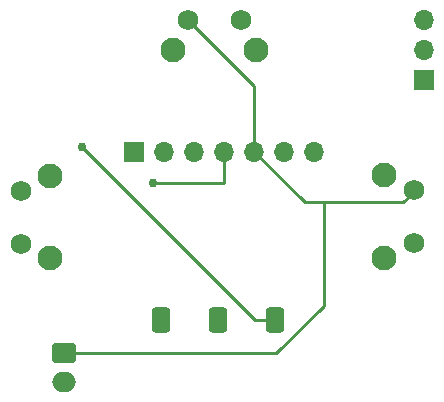
<source format=gbr>
%TF.GenerationSoftware,KiCad,Pcbnew,(6.0.0)*%
%TF.CreationDate,2022-01-15T14:34:17+01:00*%
%TF.ProjectId,bike_pixel_m,62696b65-5f70-4697-9865-6c5f6d2e6b69,v0.5*%
%TF.SameCoordinates,Original*%
%TF.FileFunction,Copper,L2,Bot*%
%TF.FilePolarity,Positive*%
%FSLAX46Y46*%
G04 Gerber Fmt 4.6, Leading zero omitted, Abs format (unit mm)*
G04 Created by KiCad (PCBNEW (6.0.0)) date 2022-01-15 14:34:17*
%MOMM*%
%LPD*%
G01*
G04 APERTURE LIST*
G04 Aperture macros list*
%AMRoundRect*
0 Rectangle with rounded corners*
0 $1 Rounding radius*
0 $2 $3 $4 $5 $6 $7 $8 $9 X,Y pos of 4 corners*
0 Add a 4 corners polygon primitive as box body*
4,1,4,$2,$3,$4,$5,$6,$7,$8,$9,$2,$3,0*
0 Add four circle primitives for the rounded corners*
1,1,$1+$1,$2,$3*
1,1,$1+$1,$4,$5*
1,1,$1+$1,$6,$7*
1,1,$1+$1,$8,$9*
0 Add four rect primitives between the rounded corners*
20,1,$1+$1,$2,$3,$4,$5,0*
20,1,$1+$1,$4,$5,$6,$7,0*
20,1,$1+$1,$6,$7,$8,$9,0*
20,1,$1+$1,$8,$9,$2,$3,0*%
G04 Aperture macros list end*
%TA.AperFunction,ComponentPad*%
%ADD10R,1.700000X1.700000*%
%TD*%
%TA.AperFunction,ComponentPad*%
%ADD11O,1.700000X1.700000*%
%TD*%
%TA.AperFunction,ComponentPad*%
%ADD12C,2.100000*%
%TD*%
%TA.AperFunction,ComponentPad*%
%ADD13C,1.750000*%
%TD*%
%TA.AperFunction,ComponentPad*%
%ADD14RoundRect,0.400000X-0.400000X-0.700000X0.400000X-0.700000X0.400000X0.700000X-0.400000X0.700000X0*%
%TD*%
%TA.AperFunction,ComponentPad*%
%ADD15RoundRect,0.250000X-0.750000X0.600000X-0.750000X-0.600000X0.750000X-0.600000X0.750000X0.600000X0*%
%TD*%
%TA.AperFunction,ComponentPad*%
%ADD16O,2.000000X1.700000*%
%TD*%
%TA.AperFunction,ViaPad*%
%ADD17C,0.762000*%
%TD*%
%TA.AperFunction,Conductor*%
%ADD18C,0.254000*%
%TD*%
G04 APERTURE END LIST*
D10*
%TO.P,J3,1,Pin_1*%
%TO.N,Net-(J3-Pad1)*%
X156975000Y-87900000D03*
D11*
%TO.P,J3,2,Pin_2*%
%TO.N,+5V*%
X156975000Y-85360000D03*
%TO.P,J3,3,Pin_3*%
%TO.N,GND*%
X156975000Y-82820000D03*
%TD*%
D12*
%TO.P,SW2,*%
%TO.N,*%
X135750000Y-85352500D03*
X142760000Y-85352500D03*
D13*
%TO.P,SW2,1,1*%
%TO.N,GND*%
X137000000Y-82862500D03*
%TO.P,SW2,2,2*%
%TO.N,Net-(J2-Pad2)*%
X141500000Y-82862500D03*
%TD*%
D14*
%TO.P,SW1,1,A*%
%TO.N,Net-(J1-Pad2)*%
X134750000Y-108220000D03*
%TO.P,SW1,2,B*%
X139550000Y-108220000D03*
%TO.P,SW1,3,C*%
%TO.N,Net-(C1-Pad1)*%
X144350000Y-108220000D03*
%TD*%
D12*
%TO.P,SW3,*%
%TO.N,*%
X125340000Y-96015000D03*
X125340000Y-103025000D03*
D13*
%TO.P,SW3,1,1*%
%TO.N,GND*%
X122850000Y-101775000D03*
%TO.P,SW3,2,2*%
%TO.N,Net-(J2-Pad4)*%
X122850000Y-97275000D03*
%TD*%
D15*
%TO.P,J1,1,Pin_1*%
%TO.N,GND*%
X126525000Y-111018000D03*
D16*
%TO.P,J1,2,Pin_2*%
%TO.N,Net-(J1-Pad2)*%
X126525000Y-113518000D03*
%TD*%
D10*
%TO.P,J2,1,Pin_1*%
%TO.N,Net-(J2-Pad1)*%
X132400000Y-93975000D03*
D11*
%TO.P,J2,2,Pin_2*%
%TO.N,Net-(J2-Pad2)*%
X134940000Y-93975000D03*
%TO.P,J2,3,Pin_3*%
%TO.N,+5V*%
X137480000Y-93975000D03*
%TO.P,J2,4,Pin_4*%
%TO.N,Net-(J2-Pad4)*%
X140020000Y-93975000D03*
%TO.P,J2,5,Pin_5*%
%TO.N,GND*%
X142560000Y-93975000D03*
%TO.P,J2,6,Pin_6*%
%TO.N,Net-(J2-Pad6)*%
X145100000Y-93975000D03*
%TO.P,J2,7,Pin_7*%
%TO.N,Net-(J2-Pad7)*%
X147640000Y-93975000D03*
%TD*%
D12*
%TO.P,SW4,*%
%TO.N,*%
X153610000Y-102985000D03*
X153610000Y-95975000D03*
D13*
%TO.P,SW4,1,1*%
%TO.N,GND*%
X156100000Y-97225000D03*
%TO.P,SW4,2,2*%
%TO.N,Net-(J2-Pad6)*%
X156100000Y-101725000D03*
%TD*%
D17*
%TO.N,Net-(C1-Pad1)*%
X128000000Y-93550000D03*
%TO.N,Net-(J2-Pad4)*%
X134000000Y-96650000D03*
%TD*%
D18*
%TO.N,Net-(C1-Pad1)*%
X142670000Y-108220000D02*
X128000000Y-93550000D01*
X144350000Y-108220000D02*
X142670000Y-108220000D01*
%TO.N,GND*%
X142560000Y-93975000D02*
X142560000Y-88422500D01*
X146859999Y-98274999D02*
X142560000Y-93975000D01*
X148475001Y-107024999D02*
X148475001Y-98274999D01*
X142560000Y-88422500D02*
X137000000Y-82862500D01*
X155225001Y-98274999D02*
X148475001Y-98274999D01*
X144482000Y-111018000D02*
X148475001Y-107024999D01*
X148475001Y-98274999D02*
X146859999Y-98274999D01*
X156100000Y-97400000D02*
X155225001Y-98274999D01*
X126525000Y-111018000D02*
X144482000Y-111018000D01*
%TO.N,Net-(J2-Pad4)*%
X134000000Y-96650000D02*
X139990000Y-96650000D01*
X139990000Y-96650000D02*
X140020000Y-96620000D01*
X140020000Y-96620000D02*
X140020000Y-93975000D01*
%TD*%
M02*

</source>
